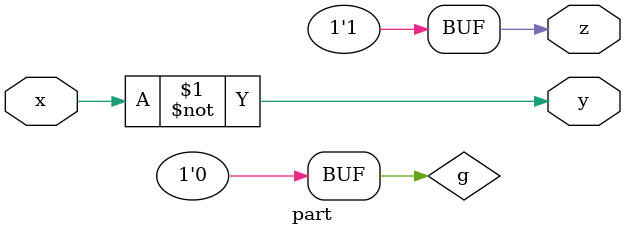
<source format=sv>
module part(
    input logic x,
    output logic y,
    output logic z
);

    logic g;
    assign y = ~x;
    assign g = x & y;
    assign z = ~g;
endmodule
</source>
